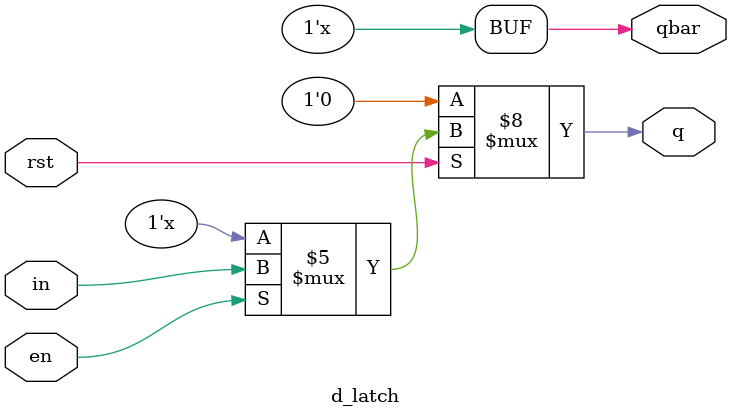
<source format=v>
module d_latch(en,rst,in,q,qbar);
input en,rst,in;
output reg q,qbar;
always @(en,rst,in)
begin
qbar=~q;
if(!rst) q=0;
else begin
if(en) q<=in;
else q<=q;
end
end
endmodule

</source>
